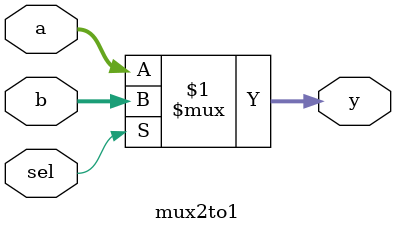
<source format=sv>
module mux2to1 (
    input  logic [31:0] a,      // Input 1
    input  logic [31:0] b,      // Input 2
    input  logic sel,           // Select signal
    output logic [31:0] y       // Output
);

    // Multiplexer logic
    assign y = sel ? b : a;

endmodule
</source>
